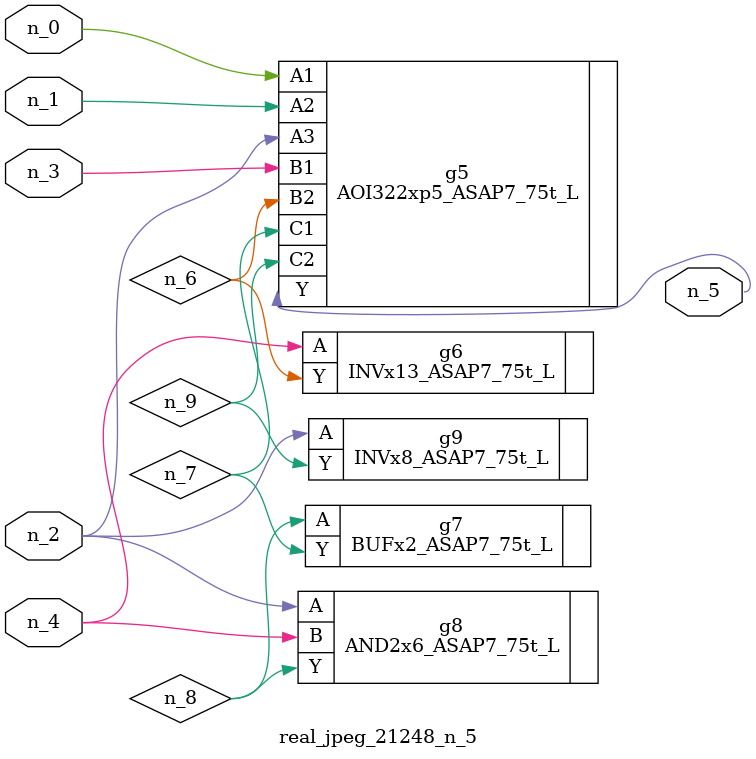
<source format=v>
module real_jpeg_21248_n_5 (n_4, n_0, n_1, n_2, n_3, n_5);

input n_4;
input n_0;
input n_1;
input n_2;
input n_3;

output n_5;

wire n_8;
wire n_6;
wire n_7;
wire n_9;

AOI322xp5_ASAP7_75t_L g5 ( 
.A1(n_0),
.A2(n_1),
.A3(n_2),
.B1(n_3),
.B2(n_6),
.C1(n_7),
.C2(n_9),
.Y(n_5)
);

AND2x6_ASAP7_75t_L g8 ( 
.A(n_2),
.B(n_4),
.Y(n_8)
);

INVx8_ASAP7_75t_L g9 ( 
.A(n_2),
.Y(n_9)
);

INVx13_ASAP7_75t_L g6 ( 
.A(n_4),
.Y(n_6)
);

BUFx2_ASAP7_75t_L g7 ( 
.A(n_8),
.Y(n_7)
);


endmodule
</source>
